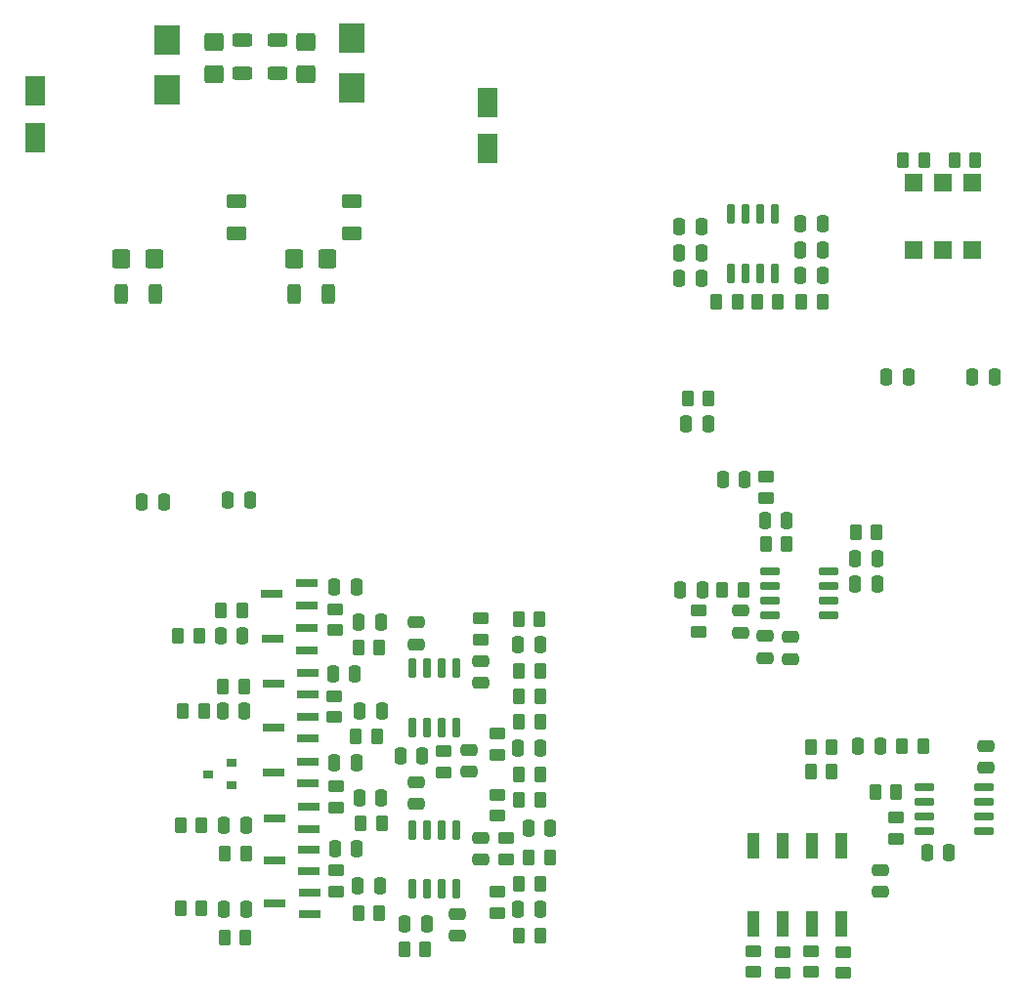
<source format=gbr>
%TF.GenerationSoftware,KiCad,Pcbnew,(6.0.10)*%
%TF.CreationDate,2023-02-20T13:08:26-05:00*%
%TF.ProjectId,ModularPreamp,4d6f6475-6c61-4725-9072-65616d702e6b,rev?*%
%TF.SameCoordinates,Original*%
%TF.FileFunction,Paste,Top*%
%TF.FilePolarity,Positive*%
%FSLAX46Y46*%
G04 Gerber Fmt 4.6, Leading zero omitted, Abs format (unit mm)*
G04 Created by KiCad (PCBNEW (6.0.10)) date 2023-02-20 13:08:26*
%MOMM*%
%LPD*%
G01*
G04 APERTURE LIST*
G04 Aperture macros list*
%AMRoundRect*
0 Rectangle with rounded corners*
0 $1 Rounding radius*
0 $2 $3 $4 $5 $6 $7 $8 $9 X,Y pos of 4 corners*
0 Add a 4 corners polygon primitive as box body*
4,1,4,$2,$3,$4,$5,$6,$7,$8,$9,$2,$3,0*
0 Add four circle primitives for the rounded corners*
1,1,$1+$1,$2,$3*
1,1,$1+$1,$4,$5*
1,1,$1+$1,$6,$7*
1,1,$1+$1,$8,$9*
0 Add four rect primitives between the rounded corners*
20,1,$1+$1,$2,$3,$4,$5,0*
20,1,$1+$1,$4,$5,$6,$7,0*
20,1,$1+$1,$6,$7,$8,$9,0*
20,1,$1+$1,$8,$9,$2,$3,0*%
G04 Aperture macros list end*
%ADD10RoundRect,0.250000X-0.575000X0.550000X-0.575000X-0.550000X0.575000X-0.550000X0.575000X0.550000X0*%
%ADD11RoundRect,0.250000X0.575000X-0.550000X0.575000X0.550000X-0.575000X0.550000X-0.575000X-0.550000X0*%
%ADD12R,2.300000X2.500000*%
%ADD13RoundRect,0.250000X0.550000X0.575000X-0.550000X0.575000X-0.550000X-0.575000X0.550000X-0.575000X0*%
%ADD14RoundRect,0.250000X0.625000X-0.375000X0.625000X0.375000X-0.625000X0.375000X-0.625000X-0.375000X0*%
%ADD15RoundRect,0.249998X0.625002X-0.312502X0.625002X0.312502X-0.625002X0.312502X-0.625002X-0.312502X0*%
%ADD16RoundRect,0.249998X-0.625002X0.312502X-0.625002X-0.312502X0.625002X-0.312502X0.625002X0.312502X0*%
%ADD17RoundRect,0.249998X0.312502X0.625002X-0.312502X0.625002X-0.312502X-0.625002X0.312502X-0.625002X0*%
%ADD18RoundRect,0.250000X0.250000X0.475000X-0.250000X0.475000X-0.250000X-0.475000X0.250000X-0.475000X0*%
%ADD19RoundRect,0.250000X-0.250000X-0.475000X0.250000X-0.475000X0.250000X0.475000X-0.250000X0.475000X0*%
%ADD20RoundRect,0.249998X0.262502X0.450002X-0.262502X0.450002X-0.262502X-0.450002X0.262502X-0.450002X0*%
%ADD21RoundRect,0.249998X-0.262502X-0.450002X0.262502X-0.450002X0.262502X0.450002X-0.262502X0.450002X0*%
%ADD22RoundRect,0.249998X-0.450002X0.262502X-0.450002X-0.262502X0.450002X-0.262502X0.450002X0.262502X0*%
%ADD23RoundRect,0.250000X0.475000X-0.250000X0.475000X0.250000X-0.475000X0.250000X-0.475000X-0.250000X0*%
%ADD24RoundRect,0.249998X0.450002X-0.262502X0.450002X0.262502X-0.450002X0.262502X-0.450002X-0.262502X0*%
%ADD25RoundRect,0.250000X-0.475000X0.250000X-0.475000X-0.250000X0.475000X-0.250000X0.475000X0.250000X0*%
%ADD26RoundRect,0.150000X-0.725000X-0.150000X0.725000X-0.150000X0.725000X0.150000X-0.725000X0.150000X0*%
%ADD27RoundRect,0.150000X-0.150000X0.725000X-0.150000X-0.725000X0.150000X-0.725000X0.150000X0.725000X0*%
%ADD28R,1.520000X1.520000*%
%ADD29R,1.800000X2.500000*%
%ADD30R,0.900000X0.800000*%
%ADD31R,1.900000X0.800000*%
%ADD32RoundRect,0.250000X0.262500X0.450000X-0.262500X0.450000X-0.262500X-0.450000X0.262500X-0.450000X0*%
%ADD33RoundRect,0.150000X0.150000X-0.725000X0.150000X0.725000X-0.150000X0.725000X-0.150000X-0.725000X0*%
%ADD34RoundRect,0.250000X-0.450000X0.262500X-0.450000X-0.262500X0.450000X-0.262500X0.450000X0.262500X0*%
%ADD35RoundRect,0.250000X-0.262500X-0.450000X0.262500X-0.450000X0.262500X0.450000X-0.262500X0.450000X0*%
%ADD36RoundRect,0.250000X0.450000X-0.262500X0.450000X0.262500X-0.450000X0.262500X-0.450000X-0.262500X0*%
%ADD37R,1.120000X2.160000*%
G04 APERTURE END LIST*
D10*
%TO.C,D1*%
X110250000Y-30700000D03*
X110250000Y-33550000D03*
%TD*%
D11*
%TO.C,D2*%
X118250000Y-33550000D03*
X118250000Y-30700000D03*
%TD*%
D12*
%TO.C,D3*%
X106250000Y-34850000D03*
X106250000Y-30550000D03*
%TD*%
D13*
%TO.C,D5*%
X105100000Y-49550000D03*
X102250000Y-49550000D03*
%TD*%
%TO.C,D6*%
X120100000Y-49550000D03*
X117250000Y-49550000D03*
%TD*%
D14*
%TO.C,F1*%
X112250000Y-47350000D03*
X112250000Y-44550000D03*
%TD*%
%TO.C,F2*%
X122250000Y-47350000D03*
X122250000Y-44550000D03*
%TD*%
D15*
%TO.C,R1*%
X112750000Y-33475000D03*
X112750000Y-30550000D03*
%TD*%
D16*
%TO.C,R2*%
X115750000Y-30550000D03*
X115750000Y-33475000D03*
%TD*%
D17*
%TO.C,R3*%
X105175000Y-52550000D03*
X102250000Y-52550000D03*
%TD*%
%TO.C,R4*%
X120175000Y-52550000D03*
X117250000Y-52550000D03*
%TD*%
D18*
%TO.C,C3*%
X112750000Y-82200000D03*
X110850000Y-82200000D03*
%TD*%
D19*
%TO.C,C4*%
X122750000Y-103850000D03*
X124650000Y-103850000D03*
%TD*%
D20*
%TO.C,R5*%
X109000000Y-82200000D03*
X107175000Y-82200000D03*
%TD*%
D21*
%TO.C,R6*%
X110907500Y-80000000D03*
X112732500Y-80000000D03*
%TD*%
D22*
%TO.C,R7*%
X120900000Y-102537500D03*
X120900000Y-104362500D03*
%TD*%
D21*
%TO.C,R8*%
X122787500Y-106250000D03*
X124612500Y-106250000D03*
%TD*%
D18*
%TO.C,C5*%
X113050000Y-98600000D03*
X111150000Y-98600000D03*
%TD*%
D19*
%TO.C,C6*%
X122850000Y-81000000D03*
X124750000Y-81000000D03*
%TD*%
D20*
%TO.C,R9*%
X109207500Y-98600000D03*
X107382500Y-98600000D03*
%TD*%
D21*
%TO.C,R10*%
X111207500Y-101100000D03*
X113032500Y-101100000D03*
%TD*%
D22*
%TO.C,R11*%
X120800000Y-79887500D03*
X120800000Y-81712500D03*
%TD*%
D21*
%TO.C,R12*%
X122775000Y-83200000D03*
X124600000Y-83200000D03*
%TD*%
D18*
%TO.C,C7*%
X112930000Y-88750000D03*
X111030000Y-88750000D03*
%TD*%
D19*
%TO.C,C8*%
X122900000Y-88750000D03*
X124800000Y-88750000D03*
%TD*%
D20*
%TO.C,R13*%
X109412500Y-88750000D03*
X107587500Y-88750000D03*
%TD*%
D21*
%TO.C,R14*%
X111067500Y-86600000D03*
X112892500Y-86600000D03*
%TD*%
D22*
%TO.C,R15*%
X120700000Y-87437500D03*
X120700000Y-89262500D03*
%TD*%
D21*
%TO.C,R16*%
X122587500Y-90950000D03*
X124412500Y-90950000D03*
%TD*%
D18*
%TO.C,C9*%
X113030000Y-105900000D03*
X111130000Y-105900000D03*
%TD*%
D19*
%TO.C,C10*%
X122887500Y-96250000D03*
X124787500Y-96250000D03*
%TD*%
D20*
%TO.C,R17*%
X109200000Y-105800000D03*
X107375000Y-105800000D03*
%TD*%
D21*
%TO.C,R18*%
X111175000Y-108400000D03*
X113000000Y-108400000D03*
%TD*%
%TO.C,R20*%
X122987500Y-98500000D03*
X124812500Y-98500000D03*
%TD*%
D18*
%TO.C,C11*%
X122600000Y-78000000D03*
X120700000Y-78000000D03*
%TD*%
D23*
%TO.C,C12*%
X131400000Y-108200000D03*
X131400000Y-106300000D03*
%TD*%
D18*
%TO.C,C13*%
X122600000Y-93250000D03*
X120700000Y-93250000D03*
%TD*%
D23*
%TO.C,C14*%
X132400000Y-94000000D03*
X132400000Y-92100000D03*
%TD*%
D18*
%TO.C,C15*%
X122650000Y-100650000D03*
X120750000Y-100650000D03*
%TD*%
%TO.C,C16*%
X113400000Y-70400000D03*
X111500000Y-70400000D03*
%TD*%
D22*
%TO.C,R19*%
X120900000Y-95250000D03*
X120900000Y-97075000D03*
%TD*%
D24*
%TO.C,R21*%
X134800000Y-92512500D03*
X134800000Y-90687500D03*
%TD*%
D20*
%TO.C,R23*%
X138537500Y-94200000D03*
X136712500Y-94200000D03*
%TD*%
D24*
%TO.C,R24*%
X134800000Y-97800000D03*
X134800000Y-95975000D03*
%TD*%
D20*
%TO.C,R26*%
X138537500Y-96425000D03*
X136712500Y-96425000D03*
%TD*%
D18*
%TO.C,C18*%
X139437500Y-98875000D03*
X137537500Y-98875000D03*
%TD*%
%TO.C,C19*%
X138550000Y-83000000D03*
X136650000Y-83000000D03*
%TD*%
D20*
%TO.C,R27*%
X138512500Y-80800000D03*
X136687500Y-80800000D03*
%TD*%
D21*
%TO.C,R28*%
X136712500Y-87475000D03*
X138537500Y-87475000D03*
%TD*%
D20*
%TO.C,R29*%
X138537500Y-85250000D03*
X136712500Y-85250000D03*
%TD*%
D18*
%TO.C,C20*%
X138550000Y-105950000D03*
X136650000Y-105950000D03*
%TD*%
D22*
%TO.C,R30*%
X134800000Y-104400000D03*
X134800000Y-106225000D03*
%TD*%
D21*
%TO.C,R31*%
X136712500Y-108200000D03*
X138537500Y-108200000D03*
%TD*%
D20*
%TO.C,R32*%
X138537500Y-103700000D03*
X136712500Y-103700000D03*
%TD*%
D21*
%TO.C,R22*%
X136712500Y-89700000D03*
X138537500Y-89700000D03*
%TD*%
%TO.C,R25*%
X137575000Y-101400000D03*
X139400000Y-101400000D03*
%TD*%
D18*
%TO.C,C17*%
X138550000Y-91950000D03*
X136650000Y-91950000D03*
%TD*%
D19*
%TO.C,C21*%
X166100000Y-91800000D03*
X168000000Y-91800000D03*
%TD*%
D25*
%TO.C,C22*%
X177162500Y-91750000D03*
X177162500Y-93650000D03*
%TD*%
D18*
%TO.C,C23*%
X173950000Y-101000000D03*
X172050000Y-101000000D03*
%TD*%
D20*
%TO.C,R33*%
X169412500Y-95750000D03*
X167587500Y-95750000D03*
%TD*%
D22*
%TO.C,R34*%
X169400000Y-97975000D03*
X169400000Y-99800000D03*
%TD*%
%TO.C,R35*%
X164800000Y-109635000D03*
X164800000Y-111460000D03*
%TD*%
D21*
%TO.C,R36*%
X169887500Y-91800000D03*
X171712500Y-91800000D03*
%TD*%
%TO.C,R37*%
X161975000Y-91850000D03*
X163800000Y-91850000D03*
%TD*%
%TO.C,R38*%
X161975000Y-94000000D03*
X163800000Y-94000000D03*
%TD*%
D26*
%TO.C,U4*%
X171837500Y-95345000D03*
X171837500Y-96615000D03*
X171837500Y-97885000D03*
X171837500Y-99155000D03*
X176987500Y-99155000D03*
X176987500Y-97885000D03*
X176987500Y-96615000D03*
X176987500Y-95345000D03*
%TD*%
D25*
%TO.C,C24*%
X168050000Y-102510000D03*
X168050000Y-104410000D03*
%TD*%
D18*
%TO.C,C25*%
X152600000Y-78250000D03*
X150700000Y-78250000D03*
%TD*%
D23*
%TO.C,C26*%
X155900000Y-81950000D03*
X155900000Y-80050000D03*
%TD*%
D19*
%TO.C,C27*%
X154350000Y-68650000D03*
X156250000Y-68650000D03*
%TD*%
D24*
%TO.C,R39*%
X152300000Y-81875000D03*
X152300000Y-80050000D03*
%TD*%
D20*
%TO.C,R40*%
X156125000Y-78250000D03*
X154300000Y-78250000D03*
%TD*%
D22*
%TO.C,R41*%
X158100000Y-68425000D03*
X158100000Y-70250000D03*
%TD*%
D21*
%TO.C,R42*%
X151300000Y-61650000D03*
X153125000Y-61650000D03*
%TD*%
D26*
%TO.C,U5*%
X158425000Y-76595000D03*
X158425000Y-77865000D03*
X158425000Y-79135000D03*
X158425000Y-80405000D03*
X163575000Y-80405000D03*
X163575000Y-79135000D03*
X163575000Y-77865000D03*
X163575000Y-76595000D03*
%TD*%
D18*
%TO.C,C28*%
X159900000Y-72250000D03*
X158000000Y-72250000D03*
%TD*%
D19*
%TO.C,C29*%
X151200000Y-63850000D03*
X153100000Y-63850000D03*
%TD*%
D20*
%TO.C,R43*%
X159900000Y-74250000D03*
X158075000Y-74250000D03*
%TD*%
D19*
%TO.C,C30*%
X168550000Y-59750000D03*
X170450000Y-59750000D03*
%TD*%
D18*
%TO.C,C31*%
X167750000Y-77750000D03*
X165850000Y-77750000D03*
%TD*%
D23*
%TO.C,C33*%
X160250000Y-84200000D03*
X160250000Y-82300000D03*
%TD*%
%TO.C,C34*%
X158000000Y-84150000D03*
X158000000Y-82250000D03*
%TD*%
D18*
%TO.C,C35*%
X177900000Y-59750000D03*
X176000000Y-59750000D03*
%TD*%
D20*
%TO.C,R44*%
X167712500Y-73250000D03*
X165887500Y-73250000D03*
%TD*%
D18*
%TO.C,C32*%
X167750000Y-75500000D03*
X165850000Y-75500000D03*
%TD*%
%TO.C,C36*%
X163000000Y-46500000D03*
X161100000Y-46500000D03*
%TD*%
%TO.C,C37*%
X163000000Y-48750000D03*
X161100000Y-48750000D03*
%TD*%
%TO.C,C38*%
X163000000Y-51000000D03*
X161100000Y-51000000D03*
%TD*%
D19*
%TO.C,C39*%
X150600000Y-51250000D03*
X152500000Y-51250000D03*
%TD*%
%TO.C,C40*%
X150600000Y-49000000D03*
X152500000Y-49000000D03*
%TD*%
%TO.C,C41*%
X150600000Y-46750000D03*
X152500000Y-46750000D03*
%TD*%
D21*
%TO.C,R45*%
X161175000Y-53250000D03*
X163000000Y-53250000D03*
%TD*%
D27*
%TO.C,U6*%
X158905000Y-45675000D03*
X157635000Y-45675000D03*
X156365000Y-45675000D03*
X155095000Y-45675000D03*
X155095000Y-50825000D03*
X156365000Y-50825000D03*
X157635000Y-50825000D03*
X158905000Y-50825000D03*
%TD*%
D28*
%TO.C,X1*%
X170920000Y-48750000D03*
X173460000Y-48750000D03*
X176000000Y-48750000D03*
X176000000Y-42908000D03*
X173460000Y-42908000D03*
X170920000Y-42908000D03*
%TD*%
D20*
%TO.C,R47*%
X171825000Y-41000000D03*
X170000000Y-41000000D03*
%TD*%
D21*
%TO.C,R46*%
X174425000Y-41000000D03*
X176250000Y-41000000D03*
%TD*%
D29*
%TO.C,D8*%
X134000000Y-40000000D03*
X134000000Y-36000000D03*
%TD*%
%TO.C,D7*%
X94750000Y-35000000D03*
X94750000Y-39000000D03*
%TD*%
D12*
%TO.C,D4*%
X122250000Y-30400000D03*
X122250000Y-34700000D03*
%TD*%
D30*
%TO.C,D11*%
X111800000Y-95150000D03*
X111800000Y-93250000D03*
X109800000Y-94200000D03*
%TD*%
D31*
%TO.C,Q3*%
X118300000Y-79550000D03*
X118300000Y-77650000D03*
X115300000Y-78600000D03*
%TD*%
%TO.C,Q7*%
X118400000Y-95000000D03*
X118400000Y-93100000D03*
X115400000Y-94050000D03*
%TD*%
D32*
%TO.C,R49*%
X159162500Y-53250000D03*
X157337500Y-53250000D03*
%TD*%
D33*
%TO.C,U9*%
X127495000Y-104175000D03*
X128765000Y-104175000D03*
X130035000Y-104175000D03*
X131305000Y-104175000D03*
X131305000Y-99025000D03*
X130035000Y-99025000D03*
X128765000Y-99025000D03*
X127495000Y-99025000D03*
%TD*%
D31*
%TO.C,Q2*%
X118550000Y-106350000D03*
X118550000Y-104450000D03*
X115550000Y-105400000D03*
%TD*%
D33*
%TO.C,U1*%
X127495000Y-90175000D03*
X128765000Y-90175000D03*
X130035000Y-90175000D03*
X131305000Y-90175000D03*
X131305000Y-85025000D03*
X130035000Y-85025000D03*
X128765000Y-85025000D03*
X127495000Y-85025000D03*
%TD*%
D25*
%TO.C,C43*%
X127800000Y-94900000D03*
X127800000Y-96800000D03*
%TD*%
D34*
%TO.C,R55*%
X133400000Y-80687500D03*
X133400000Y-82512500D03*
%TD*%
%TO.C,R51*%
X159550000Y-109635000D03*
X159550000Y-111460000D03*
%TD*%
D35*
%TO.C,R48*%
X153837500Y-53250000D03*
X155662500Y-53250000D03*
%TD*%
D34*
%TO.C,R50*%
X157050000Y-109547500D03*
X157050000Y-111372500D03*
%TD*%
D36*
%TO.C,R56*%
X135600000Y-101600000D03*
X135600000Y-99775000D03*
%TD*%
D18*
%TO.C,C46*%
X128700000Y-107200000D03*
X126800000Y-107200000D03*
%TD*%
D25*
%TO.C,C44*%
X127800000Y-81050000D03*
X127800000Y-82950000D03*
%TD*%
D37*
%TO.C,SW1*%
X156990000Y-107165000D03*
X159530000Y-107165000D03*
X162070000Y-107165000D03*
X164610000Y-107165000D03*
X164610000Y-100435000D03*
X162070000Y-100435000D03*
X159530000Y-100435000D03*
X156990000Y-100435000D03*
%TD*%
D18*
%TO.C,C47*%
X128350000Y-92600000D03*
X126450000Y-92600000D03*
%TD*%
D36*
%TO.C,R54*%
X130200000Y-94025000D03*
X130200000Y-92200000D03*
%TD*%
D32*
%TO.C,R53*%
X128600000Y-109400000D03*
X126775000Y-109400000D03*
%TD*%
D31*
%TO.C,Q5*%
X118400000Y-87300000D03*
X118400000Y-85400000D03*
X115400000Y-86350000D03*
%TD*%
%TO.C,Q8*%
X118500000Y-98950000D03*
X118500000Y-97050000D03*
X115500000Y-98000000D03*
%TD*%
D19*
%TO.C,C45*%
X104050000Y-70600000D03*
X105950000Y-70600000D03*
%TD*%
D18*
%TO.C,C42*%
X122500000Y-85550000D03*
X120600000Y-85550000D03*
%TD*%
D34*
%TO.C,R52*%
X162050000Y-109547500D03*
X162050000Y-111372500D03*
%TD*%
D31*
%TO.C,Q1*%
X118500000Y-102650000D03*
X118500000Y-100750000D03*
X115500000Y-101700000D03*
%TD*%
%TO.C,Q4*%
X118350000Y-83450000D03*
X118350000Y-81550000D03*
X115350000Y-82500000D03*
%TD*%
D25*
%TO.C,C48*%
X133400000Y-84400000D03*
X133400000Y-86300000D03*
%TD*%
%TO.C,C49*%
X133400000Y-99700000D03*
X133400000Y-101600000D03*
%TD*%
D31*
%TO.C,Q6*%
X118400000Y-91100000D03*
X118400000Y-89200000D03*
X115400000Y-90150000D03*
%TD*%
M02*

</source>
